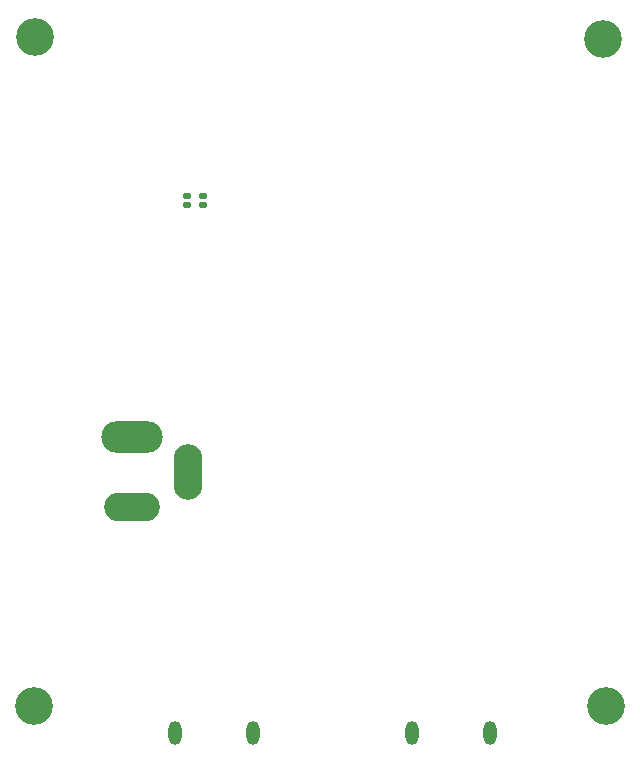
<source format=gbr>
%TF.GenerationSoftware,KiCad,Pcbnew,7.0.9*%
%TF.CreationDate,2024-03-05T03:29:11-06:00*%
%TF.ProjectId,Sensor PCB,53656e73-6f72-4205-9043-422e6b696361,rev?*%
%TF.SameCoordinates,Original*%
%TF.FileFunction,Soldermask,Bot*%
%TF.FilePolarity,Negative*%
%FSLAX46Y46*%
G04 Gerber Fmt 4.6, Leading zero omitted, Abs format (unit mm)*
G04 Created by KiCad (PCBNEW 7.0.9) date 2024-03-05 03:29:11*
%MOMM*%
%LPD*%
G01*
G04 APERTURE LIST*
G04 Aperture macros list*
%AMRoundRect*
0 Rectangle with rounded corners*
0 $1 Rounding radius*
0 $2 $3 $4 $5 $6 $7 $8 $9 X,Y pos of 4 corners*
0 Add a 4 corners polygon primitive as box body*
4,1,4,$2,$3,$4,$5,$6,$7,$8,$9,$2,$3,0*
0 Add four circle primitives for the rounded corners*
1,1,$1+$1,$2,$3*
1,1,$1+$1,$4,$5*
1,1,$1+$1,$6,$7*
1,1,$1+$1,$8,$9*
0 Add four rect primitives between the rounded corners*
20,1,$1+$1,$2,$3,$4,$5,0*
20,1,$1+$1,$4,$5,$6,$7,0*
20,1,$1+$1,$6,$7,$8,$9,0*
20,1,$1+$1,$8,$9,$2,$3,0*%
G04 Aperture macros list end*
%ADD10O,5.204000X2.704000*%
%ADD11O,4.704000X2.454000*%
%ADD12O,2.454000X4.704000*%
%ADD13O,1.104000X2.004000*%
%ADD14C,3.200000*%
%ADD15RoundRect,0.102000X0.250000X0.150000X-0.250000X0.150000X-0.250000X-0.150000X0.250000X-0.150000X0*%
G04 APERTURE END LIST*
D10*
%TO.C,J1*%
X110000000Y-98300000D03*
D11*
X110000000Y-104300000D03*
D12*
X114700000Y-101300000D03*
%TD*%
D13*
%TO.C,J2*%
X133700000Y-123400000D03*
X140300000Y-123400000D03*
%TD*%
D14*
%TO.C,H4*%
X150100000Y-121100000D03*
%TD*%
D13*
%TO.C,J3*%
X113600000Y-123400000D03*
X120200000Y-123400000D03*
%TD*%
D14*
%TO.C,H2*%
X101700000Y-121100000D03*
%TD*%
%TO.C,H1*%
X101800000Y-64500000D03*
%TD*%
%TO.C,H3*%
X149881128Y-64600000D03*
%TD*%
D15*
%TO.C,U3*%
X116000000Y-77900000D03*
X116000000Y-78700000D03*
X114600000Y-78700000D03*
X114600000Y-77900000D03*
%TD*%
M02*

</source>
